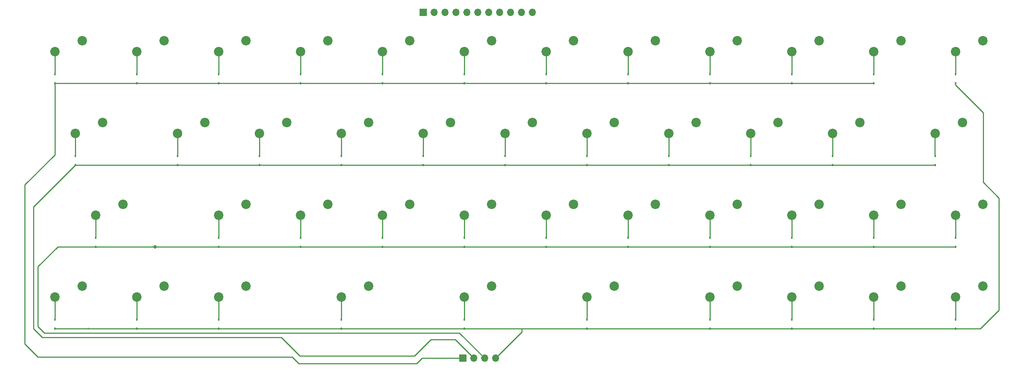
<source format=gbl>
G04 #@! TF.GenerationSoftware,KiCad,Pcbnew,(6.0.2-0)*
G04 #@! TF.CreationDate,2022-03-17T22:57:48+11:00*
G04 #@! TF.ProjectId,keyboard,6b657962-6f61-4726-942e-6b696361645f,rev?*
G04 #@! TF.SameCoordinates,Original*
G04 #@! TF.FileFunction,Copper,L2,Bot*
G04 #@! TF.FilePolarity,Positive*
%FSLAX46Y46*%
G04 Gerber Fmt 4.6, Leading zero omitted, Abs format (unit mm)*
G04 Created by KiCad (PCBNEW (6.0.2-0)) date 2022-03-17 22:57:48*
%MOMM*%
%LPD*%
G01*
G04 APERTURE LIST*
G04 #@! TA.AperFunction,ComponentPad*
%ADD10C,2.200000*%
G04 #@! TD*
G04 #@! TA.AperFunction,SMDPad,CuDef*
%ADD11R,0.450000X0.600000*%
G04 #@! TD*
G04 #@! TA.AperFunction,ComponentPad*
%ADD12R,1.700000X1.700000*%
G04 #@! TD*
G04 #@! TA.AperFunction,ComponentPad*
%ADD13O,1.700000X1.700000*%
G04 #@! TD*
G04 #@! TA.AperFunction,ViaPad*
%ADD14C,0.800000*%
G04 #@! TD*
G04 #@! TA.AperFunction,Conductor*
%ADD15C,0.250000*%
G04 #@! TD*
G04 APERTURE END LIST*
D10*
X109855000Y-119840000D03*
X103505000Y-122380000D03*
X128905000Y-119840000D03*
X122555000Y-122380000D03*
X319405000Y-119840000D03*
X313055000Y-122380000D03*
X195580000Y-138890000D03*
X189230000Y-141430000D03*
X252730000Y-138890000D03*
X246380000Y-141430000D03*
X300355000Y-157940000D03*
X294005000Y-160480000D03*
X300355000Y-119840000D03*
X294005000Y-122380000D03*
X186055000Y-119840000D03*
X179705000Y-122380000D03*
X262255000Y-157940000D03*
X255905000Y-160480000D03*
X205105000Y-157940000D03*
X198755000Y-160480000D03*
X271780000Y-138890000D03*
X265430000Y-141430000D03*
X233680000Y-176990000D03*
X227330000Y-179530000D03*
X281305000Y-119840000D03*
X274955000Y-122380000D03*
X233680000Y-138890000D03*
X227330000Y-141430000D03*
X176530000Y-138890000D03*
X170180000Y-141430000D03*
X138430000Y-138890000D03*
X132080000Y-141430000D03*
X114617500Y-138890000D03*
X108267500Y-141430000D03*
X186055000Y-157940000D03*
X179705000Y-160480000D03*
X281305000Y-176990000D03*
X274955000Y-179530000D03*
X147955000Y-119840000D03*
X141605000Y-122380000D03*
X167005000Y-119840000D03*
X160655000Y-122380000D03*
X214630000Y-138890000D03*
X208280000Y-141430000D03*
X147955000Y-157940000D03*
X141605000Y-160480000D03*
X290830000Y-138890000D03*
X284480000Y-141430000D03*
X157480000Y-138890000D03*
X151130000Y-141430000D03*
X119380000Y-157940000D03*
X113030000Y-160480000D03*
X243205000Y-119840000D03*
X236855000Y-122380000D03*
X224155000Y-157940000D03*
X217805000Y-160480000D03*
X319405000Y-176990000D03*
X313055000Y-179530000D03*
X262255000Y-119840000D03*
X255905000Y-122380000D03*
X319405000Y-157940000D03*
X313055000Y-160480000D03*
X205105000Y-119840000D03*
X198755000Y-122380000D03*
X167005000Y-157940000D03*
X160655000Y-160480000D03*
X147955000Y-176990000D03*
X141605000Y-179530000D03*
X314642500Y-138890000D03*
X308292500Y-141430000D03*
X243205000Y-157940000D03*
X236855000Y-160480000D03*
X281305000Y-157940000D03*
X274955000Y-160480000D03*
X205105000Y-176990000D03*
X198755000Y-179530000D03*
X262255000Y-176990000D03*
X255905000Y-179530000D03*
X300355000Y-176990000D03*
X294005000Y-179530000D03*
X109855000Y-176990000D03*
X103505000Y-179530000D03*
X176530000Y-176990000D03*
X170180000Y-179530000D03*
X128905000Y-176990000D03*
X122555000Y-179530000D03*
X224155000Y-119840000D03*
X217805000Y-122380000D03*
D11*
X103505000Y-129780000D03*
X103505000Y-127680000D03*
X208280000Y-148830000D03*
X208280000Y-146730000D03*
X141605000Y-129780000D03*
X141605000Y-127680000D03*
X103505000Y-186930000D03*
X103505000Y-184830000D03*
X274955000Y-167880000D03*
X274955000Y-165780000D03*
X274955000Y-186930000D03*
X274955000Y-184830000D03*
X227330000Y-186930000D03*
X227330000Y-184830000D03*
X236855000Y-129780000D03*
X236855000Y-127680000D03*
X122555000Y-186930000D03*
X122555000Y-184830000D03*
D12*
X198384000Y-193802000D03*
D13*
X200924000Y-193802000D03*
X203464000Y-193802000D03*
X206004000Y-193802000D03*
D11*
X198755000Y-167880000D03*
X198755000Y-165780000D03*
X284480000Y-148830000D03*
X284480000Y-146730000D03*
X227330000Y-148830000D03*
X227330000Y-146730000D03*
X255905000Y-186930000D03*
X255905000Y-184830000D03*
X313055000Y-167880000D03*
X313055000Y-165780000D03*
X170180000Y-186930000D03*
X170180000Y-184830000D03*
X294005000Y-167880000D03*
X294005000Y-165780000D03*
X198755000Y-129780000D03*
X198755000Y-127680000D03*
X217805000Y-129780000D03*
X217805000Y-127680000D03*
X236855000Y-167880000D03*
X236855000Y-165780000D03*
X255905000Y-129780000D03*
X255905000Y-127680000D03*
D12*
X189230000Y-113284000D03*
D13*
X191770000Y-113284000D03*
X194310000Y-113284000D03*
X196850000Y-113284000D03*
X199390000Y-113284000D03*
X201930000Y-113284000D03*
X204470000Y-113284000D03*
X207010000Y-113284000D03*
X209550000Y-113284000D03*
X212090000Y-113284000D03*
X214630000Y-113284000D03*
D11*
X294005000Y-129780000D03*
X294005000Y-127680000D03*
X160655000Y-167880000D03*
X160655000Y-165780000D03*
X179705000Y-129780000D03*
X179705000Y-127680000D03*
X294005000Y-186930000D03*
X294005000Y-184830000D03*
X308292500Y-148830000D03*
X308292500Y-146730000D03*
X108267500Y-148830000D03*
X108267500Y-146730000D03*
X217805000Y-167880000D03*
X217805000Y-165780000D03*
X160655000Y-129780000D03*
X160655000Y-127680000D03*
X151130000Y-148830000D03*
X151130000Y-146730000D03*
X274955000Y-129780000D03*
X274955000Y-127680000D03*
X170180000Y-148830000D03*
X170180000Y-146730000D03*
X132080000Y-148830000D03*
X132080000Y-146730000D03*
X255905000Y-167880000D03*
X255905000Y-165780000D03*
X179705000Y-167880000D03*
X179705000Y-165780000D03*
X113030000Y-167880000D03*
X113030000Y-165780000D03*
X265430000Y-148830000D03*
X265430000Y-146730000D03*
X246380000Y-148830000D03*
X246380000Y-146730000D03*
X313055000Y-129780000D03*
X313055000Y-127680000D03*
X313055000Y-186930000D03*
X313055000Y-184830000D03*
X189230000Y-148830000D03*
X189230000Y-146730000D03*
X141605000Y-167880000D03*
X141605000Y-165780000D03*
X122555000Y-129780000D03*
X122555000Y-127680000D03*
X141605000Y-186930000D03*
X141605000Y-184830000D03*
X198755000Y-186930000D03*
X198755000Y-184830000D03*
D14*
X126785000Y-167855000D03*
D15*
X104126000Y-129780000D02*
X104101000Y-129755000D01*
X198384000Y-193802000D02*
X188976000Y-193802000D01*
X294005000Y-129780000D02*
X115700000Y-129780000D01*
X115700000Y-129780000D02*
X104126000Y-129780000D01*
X187706000Y-195072000D02*
X160274000Y-195072000D01*
X103505000Y-146431000D02*
X103505000Y-129780000D01*
X160274000Y-195072000D02*
X158750000Y-193548000D01*
X96520000Y-190500000D02*
X96520000Y-153416000D01*
X103505000Y-129755000D02*
X104101000Y-129755000D01*
X188976000Y-193802000D02*
X187706000Y-195072000D01*
X158750000Y-193548000D02*
X99568000Y-193548000D01*
X104101000Y-129755000D02*
X112053000Y-129755000D01*
X96520000Y-153416000D02*
X103505000Y-146431000D01*
X99568000Y-193548000D02*
X96520000Y-190500000D01*
X191008000Y-189484000D02*
X187198000Y-193294000D01*
X208280000Y-148830000D02*
X227330000Y-148830000D01*
X156210000Y-188976000D02*
X160528000Y-193294000D01*
X98552000Y-186944000D02*
X100584000Y-188976000D01*
X170180000Y-148830000D02*
X189230000Y-148830000D01*
X151130000Y-148830000D02*
X170180000Y-148830000D01*
X200924000Y-193802000D02*
X196606000Y-189484000D01*
X189230000Y-148830000D02*
X208280000Y-148830000D01*
X118858000Y-148830000D02*
X151130000Y-148830000D01*
X108267500Y-148830000D02*
X118858000Y-148830000D01*
X246380000Y-148830000D02*
X265430000Y-148830000D01*
X98552000Y-158545500D02*
X98552000Y-186944000D01*
X187198000Y-193294000D02*
X160782000Y-193294000D01*
X196606000Y-189484000D02*
X191008000Y-189484000D01*
X100584000Y-188976000D02*
X156210000Y-188976000D01*
X160528000Y-193294000D02*
X160782000Y-193294000D01*
X227330000Y-148830000D02*
X246380000Y-148830000D01*
X284480000Y-148830000D02*
X308292500Y-148830000D01*
X108267500Y-148830000D02*
X98552000Y-158545500D01*
X265430000Y-148830000D02*
X284480000Y-148830000D01*
X197597479Y-187935479D02*
X203464000Y-193802000D01*
X313055000Y-167855000D02*
X104179000Y-167855000D01*
X102640521Y-187935479D02*
X102845479Y-187935479D01*
X99568000Y-172466000D02*
X99568000Y-186436000D01*
X102845479Y-187935479D02*
X197597479Y-187935479D01*
X104179000Y-167855000D02*
X99568000Y-172466000D01*
X99568000Y-186436000D02*
X101067479Y-187935479D01*
X101067479Y-187935479D02*
X102845479Y-187935479D01*
X111291000Y-186905000D02*
X212129000Y-186905000D01*
X319485000Y-136605000D02*
X313055000Y-130175000D01*
X212129000Y-187677000D02*
X206004000Y-193802000D01*
X323169521Y-182577214D02*
X323169521Y-156520479D01*
X319485000Y-152835958D02*
X323169521Y-156520479D01*
X212129000Y-186905000D02*
X313055000Y-186905000D01*
X318816735Y-186930000D02*
X323169521Y-182577214D01*
X103505000Y-186905000D02*
X111291000Y-186905000D01*
X313055000Y-186930000D02*
X318816735Y-186930000D01*
X111170479Y-186784479D02*
X111291000Y-186905000D01*
X319485000Y-136605000D02*
X319485000Y-152835958D01*
X313055000Y-130175000D02*
X313055000Y-129780000D01*
X212129000Y-186905000D02*
X212129000Y-187677000D01*
X290830000Y-138890000D02*
X290878000Y-138890000D01*
X103475000Y-122380000D02*
X103475000Y-127610000D01*
X122525000Y-122380000D02*
X122525000Y-127610000D01*
X141575000Y-122380000D02*
X141575000Y-127610000D01*
X160625000Y-122380000D02*
X160625000Y-127610000D01*
X179675000Y-122380000D02*
X179675000Y-127610000D01*
X198725000Y-122380000D02*
X198725000Y-127610000D01*
X217775000Y-122380000D02*
X217775000Y-127610000D01*
X236825000Y-122380000D02*
X236825000Y-127610000D01*
X255875000Y-122380000D02*
X255875000Y-127610000D01*
X274925000Y-122380000D02*
X274925000Y-127610000D01*
X293975000Y-122380000D02*
X293975000Y-127610000D01*
X313025000Y-122380000D02*
X313025000Y-127610000D01*
X108237500Y-141430000D02*
X108237500Y-146660000D01*
X132050000Y-141430000D02*
X132050000Y-146660000D01*
X151100000Y-141430000D02*
X151100000Y-146660000D01*
X170150000Y-141430000D02*
X170150000Y-146660000D01*
X189200000Y-141430000D02*
X189200000Y-146660000D01*
X208250000Y-141430000D02*
X208250000Y-146660000D01*
X227300000Y-141430000D02*
X227300000Y-146660000D01*
X246350000Y-141430000D02*
X246350000Y-146660000D01*
X265400000Y-141430000D02*
X265400000Y-146660000D01*
X284450000Y-141430000D02*
X284450000Y-146660000D01*
X308262500Y-141430000D02*
X308262500Y-146660000D01*
X113000000Y-160480000D02*
X113000000Y-165710000D01*
X141575000Y-160480000D02*
X141575000Y-165710000D01*
X160625000Y-160480000D02*
X160625000Y-165710000D01*
X179675000Y-160480000D02*
X179675000Y-165710000D01*
X198725000Y-160480000D02*
X198725000Y-165710000D01*
X217775000Y-160480000D02*
X217775000Y-165710000D01*
X236825000Y-160480000D02*
X236825000Y-165710000D01*
X255875000Y-160480000D02*
X255875000Y-165710000D01*
X274925000Y-160480000D02*
X274925000Y-165710000D01*
X293975000Y-160480000D02*
X293975000Y-165710000D01*
X313025000Y-160480000D02*
X313025000Y-165710000D01*
X103475000Y-179530000D02*
X103475000Y-184760000D01*
X122525000Y-179530000D02*
X122525000Y-184760000D01*
X141575000Y-179530000D02*
X141575000Y-184760000D01*
X170150000Y-179530000D02*
X170150000Y-184760000D01*
X198725000Y-179530000D02*
X198725000Y-184760000D01*
X227300000Y-179530000D02*
X227300000Y-184760000D01*
X255875000Y-179530000D02*
X255875000Y-184760000D01*
X274925000Y-179530000D02*
X274925000Y-184760000D01*
X293975000Y-179530000D02*
X293975000Y-184760000D01*
X313025000Y-179530000D02*
X313025000Y-184760000D01*
M02*

</source>
